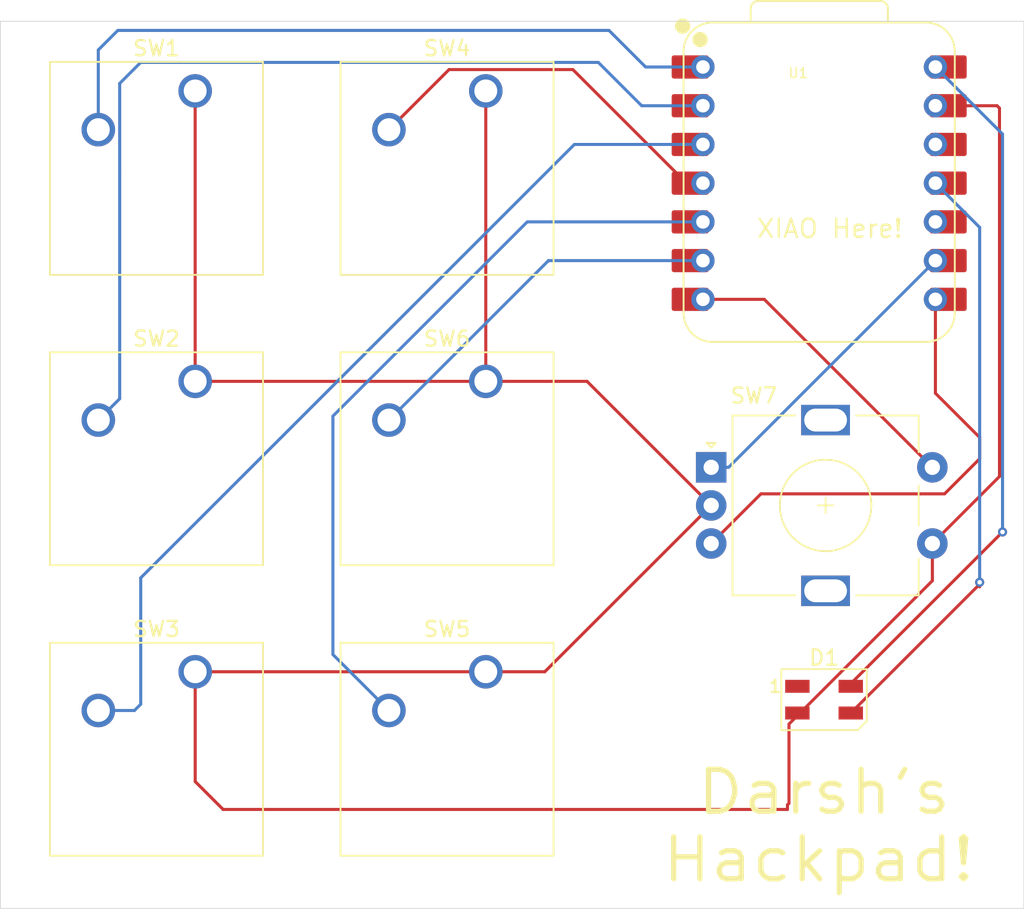
<source format=kicad_pcb>
(kicad_pcb (version 20241229) (generator "pcbnew") (generator_version "9.0")
  (layers (0 "F.Cu" signal) (2 "B.Cu" signal) (13 "F.Paste" user) (15 "B.Paste" user) (5 "F.SilkS" user "F.Silkscreen") (7 "B.SilkS" user "B.Silkscreen") (1 "F.Mask" user) (3 "B.Mask" user) (25 "Edge.Cuts" user))
  (net 0 "")
  (net 1 "+5V")
  (net 2 "GND")
  (net 4 "Net-(D1-DIN)")
  (net 5 "Net-(U1-GPIO26{slash}ADC0{slash}A0)")
  (net 6 "Net-(U1-GPIO27{slash}ADC1{slash}A1)")
  (net 7 "Net-(U1-GPIO28{slash}ADC2{slash}A2)")
  (net 8 "Net-(U1-GPIO29{slash}ADC3{slash}A3)")
  (net 9 "Net-(U1-GPIO6{slash}SDA)")
  (net 10 "Net-(U1-GPIO7{slash}SCL)")
  (net 11 "Net-(U1-GPIO0{slash}TX)")
  (net 12 "Net-(U1-GPIO1{slash}RX)")
  (net 13 "Net-(U1-GPIO2{slash}SCK)")
  (footprint "Button_Switch_Keyboard:SW_Cherry_MX_1.00u_PCB" (layer "F.Cu") (at 97.47 90.17)
    (property "Reference" "SW1" (at -2.54 -2.794 0) (layer "F.SilkS"))
    (property "Value" "SW_Push")
    (fp_line (start -9.525 -1.905) (end 4.445 -1.905) (stroke (width 0.12)) (layer "F.SilkS"))
    (fp_line (start -9.525 12.065) (end -9.525 -1.905) (stroke (width 0.12)) (layer "F.SilkS"))
    (fp_line (start 4.445 -1.905) (end 4.445 12.065) (stroke (width 0.12)) (layer "F.SilkS"))
    (fp_line (start 4.445 12.065) (end -9.525 12.065) (stroke (width 0.12)) (layer "F.SilkS"))
    (pad "" np_thru_hole circle (at -7.62 5.08) (size 1.7 1.7) (drill 1.7) (layers "*.Cu" "*.Mask"))
    (pad "" np_thru_hole circle (at -2.54 5.08) (size 4 4) (drill 4) (layers "*.Cu" "*.Mask"))
    (pad "" np_thru_hole circle (at 2.54 5.08) (size 1.7 1.7) (drill 1.7) (layers "*.Cu" "*.Mask"))
    (pad "1" thru_hole circle (at 0 0) (size 2.2 2.2) (drill 1.5) (layers "*.Cu" "*.Mask") (net 2 "GND"))
    (pad "2" thru_hole circle (at -6.35 2.54) (size 2.2 2.2) (drill 1.5) (layers "*.Cu" "*.Mask") (net 5 "Net-(U1-GPIO26{slash}ADC0{slash}A0)"))
  )
  (footprint "opl:XIAO-RP2040-DIP" (layer "F.Cu") (at 138.38 96.22)
    (property "Reference" "U1" (at -1.38 -7.22 0) (layer "F.SilkS") (effects (font (size 0.635 0.635) (thickness 0.1016))))
    (property "Value" "XIAO-RP2040-DIP")
    (fp_line (start -8.89 8.509) (end -8.89 -8.636) (stroke (width 0.127)) (layer "F.SilkS"))
    (fp_line (start -6.985 10.414) (end 6.985 10.414) (stroke (width 0.127)) (layer "F.SilkS"))
    (fp_line (start -4.495 -10.541) (end -4.491272 -11.451272) (stroke (width 0.127)) (layer "F.SilkS"))
    (fp_line (start -3.991272 -11.951) (end 4.004 -11.951) (stroke (width 0.127)) (layer "F.SilkS"))
    (fp_line (start 4.504 -11.451) (end 4.504 -10.541) (stroke (width 0.127)) (layer "F.SilkS"))
    (fp_line (start 6.985 -10.541) (end -6.985 -10.541) (stroke (width 0.1)) (layer "F.SilkS"))
    (fp_line (start 6.985 -10.541) (end -6.985 -10.541) (stroke (width 0.127)) (layer "F.SilkS"))
    (fp_line (start 8.89 8.509) (end 8.89 -8.636) (stroke (width 0.127)) (layer "F.SilkS"))
    (fp_arc (start -8.89 -8.636) (mid -8.332038 -9.983038) (end -6.985 -10.541) (stroke (width 0.127)) (layer "F.SilkS"))
    (fp_arc (start -6.985 10.414) (mid -8.332038 9.856038) (end -8.89 8.509) (stroke (width 0.127)) (layer "F.SilkS"))
    (fp_arc (start -4.491272 -11.451272) (mid -4.344728 -11.80464) (end -3.991272 -11.951) (stroke (width 0.127)) (layer "F.SilkS"))
    (fp_arc (start 4.004 -11.951) (mid 4.357553 -11.804553) (end 4.504 -11.451) (stroke (width 0.127)) (layer "F.SilkS"))
    (fp_arc (start 6.985 -10.541) (mid 8.332038 -9.983038) (end 8.89 -8.636) (stroke (width 0.127)) (layer "F.SilkS"))
    (fp_arc (start 8.89 8.509) (mid 8.332038 9.856038) (end 6.985 10.414) (stroke (width 0.127)) (layer "F.SilkS"))
    (fp_circle (center -8.95 -10.3) (end -8.95 -10.554) (stroke (width 0.5)) (fill yes) (layer "F.SilkS"))
    (fp_circle (center -7.807 -9.42) (end -7.807 -9.674) (stroke (width 0.5)) (fill yes) (layer "F.SilkS"))
    (pad "1" smd roundrect (at -8.455 -7.62 180) (size 2.432 1.524) (layers "F.Cu" "F.Mask") (roundrect_rratio 0.1) (net 5 "Net-(U1-GPIO26{slash}ADC0{slash}A0)"))
    (pad "1" thru_hole circle (at -7.62 -7.62 180) (size 1.524 1.524) (drill 0.889) (layers "*.Cu" "*.Mask") (net 5 "Net-(U1-GPIO26{slash}ADC0{slash}A0)"))
    (pad "2" smd roundrect (at -8.455 -5.08 180) (size 2.432 1.524) (layers "F.Cu" "F.Mask") (roundrect_rratio 0.1) (net 6 "Net-(U1-GPIO27{slash}ADC1{slash}A1)"))
    (pad "2" thru_hole circle (at -7.62 -5.08 180) (size 1.524 1.524) (drill 0.889) (layers "*.Cu" "*.Mask") (net 6 "Net-(U1-GPIO27{slash}ADC1{slash}A1)"))
    (pad "3" smd roundrect (at -8.455 -2.54 180) (size 2.432 1.524) (layers "F.Cu" "F.Mask") (roundrect_rratio 0.1) (net 7 "Net-(U1-GPIO28{slash}ADC2{slash}A2)"))
    (pad "3" thru_hole circle (at -7.62 -2.54 180) (size 1.524 1.524) (drill 0.889) (layers "*.Cu" "*.Mask") (net 7 "Net-(U1-GPIO28{slash}ADC2{slash}A2)"))
    (pad "4" smd roundrect (at -8.455 0 180) (size 2.432 1.524) (layers "F.Cu" "F.Mask") (roundrect_rratio 0.1) (net 8 "Net-(U1-GPIO29{slash}ADC3{slash}A3)"))
    (pad "4" thru_hole circle (at -7.62 0 180) (size 1.524 1.524) (drill 0.889) (layers "*.Cu" "*.Mask") (net 8 "Net-(U1-GPIO29{slash}ADC3{slash}A3)"))
    (pad "5" smd roundrect (at -8.455 2.54 180) (size 2.432 1.524) (layers "F.Cu" "F.Mask") (roundrect_rratio 0.1) (net 9 "Net-(U1-GPIO6{slash}SDA)"))
    (pad "5" thru_hole circle (at -7.62 2.54 180) (size 1.524 1.524) (drill 0.889) (layers "*.Cu" "*.Mask") (net 9 "Net-(U1-GPIO6{slash}SDA)"))
    (pad "6" smd roundrect (at -8.455 5.08 180) (size 2.432 1.524) (layers "F.Cu" "F.Mask") (roundrect_rratio 0.1) (net 10 "Net-(U1-GPIO7{slash}SCL)"))
    (pad "6" thru_hole circle (at -7.62 5.08 180) (size 1.524 1.524) (drill 0.889) (layers "*.Cu" "*.Mask") (net 10 "Net-(U1-GPIO7{slash}SCL)"))
    (pad "7" smd roundrect (at -8.455 7.62 180) (size 2.432 1.524) (layers "F.Cu" "F.Mask") (roundrect_rratio 0.1) (net 11 "Net-(U1-GPIO0{slash}TX)"))
    (pad "7" thru_hole circle (at -7.62 7.62 180) (size 1.524 1.524) (drill 0.889) (layers "*.Cu" "*.Mask") (net 11 "Net-(U1-GPIO0{slash}TX)"))
    (pad "8" thru_hole circle (at 7.62 7.62) (size 1.524 1.524) (drill 0.889) (layers "*.Cu" "*.Mask") (net 12 "Net-(U1-GPIO1{slash}RX)"))
    (pad "8" smd roundrect (at 8.455 7.62) (size 2.432 1.524) (layers "F.Cu" "F.Mask") (roundrect_rratio 0.1) (net 12 "Net-(U1-GPIO1{slash}RX)"))
    (pad "9" thru_hole circle (at 7.62 5.08) (size 1.524 1.524) (drill 0.889) (layers "*.Cu" "*.Mask") (net 13 "Net-(U1-GPIO2{slash}SCK)"))
    (pad "9" smd roundrect (at 8.455 5.08) (size 2.432 1.524) (layers "F.Cu" "F.Mask") (roundrect_rratio 0.1) (net 13 "Net-(U1-GPIO2{slash}SCK)"))
    (pad "10" thru_hole circle (at 7.62 2.54) (size 1.524 1.524) (drill 0.889) (layers "*.Cu" "*.Mask"))
    (pad "10" smd roundrect (at 8.455 2.54) (size 2.432 1.524) (layers "F.Cu" "F.Mask") (roundrect_rratio 0.1))
    (pad "11" thru_hole circle (at 7.62 0) (size 1.524 1.524) (drill 0.889) (layers "*.Cu" "*.Mask") (net 4 "Net-(D1-DIN)"))
    (pad "11" smd roundrect (at 8.455 0) (size 2.432 1.524) (layers "F.Cu" "F.Mask") (roundrect_rratio 0.1) (net 4 "Net-(D1-DIN)"))
    (pad "12" thru_hole circle (at 7.62 -2.54) (size 1.524 1.524) (drill 0.889) (layers "*.Cu" "*.Mask"))
    (pad "12" smd roundrect (at 8.455 -2.54) (size 2.432 1.524) (layers "F.Cu" "F.Mask") (roundrect_rratio 0.1))
    (pad "13" thru_hole circle (at 7.62 -5.08) (size 1.524 1.524) (drill 0.889) (layers "*.Cu" "*.Mask") (net 2 "GND"))
    (pad "13" smd roundrect (at 8.455 -5.08) (size 2.432 1.524) (layers "F.Cu" "F.Mask") (roundrect_rratio 0.1) (net 2 "GND"))
    (pad "14" thru_hole circle (at 7.62 -7.62) (size 1.524 1.524) (drill 0.889) (layers "*.Cu" "*.Mask") (net 1 "+5V"))
    (pad "14" smd roundrect (at 8.455 -7.62) (size 2.432 1.524) (layers "F.Cu" "F.Mask") (roundrect_rratio 0.1) (net 1 "+5V"))
  )
  (footprint "Button_Switch_Keyboard:SW_Cherry_MX_1.00u_PCB" (layer "F.Cu") (at 97.4725 128.27)
    (property "Reference" "SW3" (at -2.54 -2.794 0) (layer "F.SilkS"))
    (property "Value" "SW_Push")
    (fp_line (start -9.525 -1.905) (end 4.445 -1.905) (stroke (width 0.12)) (layer "F.SilkS"))
    (fp_line (start -9.525 12.065) (end -9.525 -1.905) (stroke (width 0.12)) (layer "F.SilkS"))
    (fp_line (start 4.445 -1.905) (end 4.445 12.065) (stroke (width 0.12)) (layer "F.SilkS"))
    (fp_line (start 4.445 12.065) (end -9.525 12.065) (stroke (width 0.12)) (layer "F.SilkS"))
    (pad "" np_thru_hole circle (at -7.62 5.08) (size 1.7 1.7) (drill 1.7) (layers "*.Cu" "*.Mask"))
    (pad "" np_thru_hole circle (at -2.54 5.08) (size 4 4) (drill 4) (layers "*.Cu" "*.Mask"))
    (pad "" np_thru_hole circle (at 2.54 5.08) (size 1.7 1.7) (drill 1.7) (layers "*.Cu" "*.Mask"))
    (pad "1" thru_hole circle (at 0 0) (size 2.2 2.2) (drill 1.5) (layers "*.Cu" "*.Mask") (net 2 "GND"))
    (pad "2" thru_hole circle (at -6.35 2.54) (size 2.2 2.2) (drill 1.5) (layers "*.Cu" "*.Mask") (net 7 "Net-(U1-GPIO28{slash}ADC2{slash}A2)"))
  )
  (footprint "Rotary_Encoder:RotaryEncoder_Alps_EC11E-Switch_Vertical_H20mm" (layer "F.Cu") (at 131.3 114.86)
    (property "Reference" "SW7" (at 2.8 -4.7 0) (layer "F.SilkS"))
    (property "Value" "RotaryEncoder_Switch")
    (fp_line (start -0.3 -1.6) (end 0.3 -1.6) (stroke (width 0.12)) (layer "F.SilkS"))
    (fp_line (start 0 -1.3) (end -0.3 -1.6) (stroke (width 0.12)) (layer "F.SilkS"))
    (fp_line (start 0.3 -1.6) (end 0 -1.3) (stroke (width 0.12)) (layer "F.SilkS"))
    (fp_line (start 1.4 -3.4) (end 1.4 8.4) (stroke (width 0.12)) (layer "F.SilkS"))
    (fp_line (start 5.5 -3.4) (end 1.4 -3.4) (stroke (width 0.12)) (layer "F.SilkS"))
    (fp_line (start 5.5 8.4) (end 1.4 8.4) (stroke (width 0.12)) (layer "F.SilkS"))
    (fp_line (start 7 2.5) (end 8 2.5) (stroke (width 0.12)) (layer "F.SilkS"))
    (fp_line (start 7.5 2) (end 7.5 3) (stroke (width 0.12)) (layer "F.SilkS"))
    (fp_line (start 9.5 -3.4) (end 13.6 -3.4) (stroke (width 0.12)) (layer "F.SilkS"))
    (fp_line (start 13.6 -3.4) (end 13.6 -1) (stroke (width 0.12)) (layer "F.SilkS"))
    (fp_line (start 13.6 1.2) (end 13.6 3.8) (stroke (width 0.12)) (layer "F.SilkS"))
    (fp_line (start 13.6 6) (end 13.6 8.4) (stroke (width 0.12)) (layer "F.SilkS"))
    (fp_line (start 13.6 8.4) (end 9.5 8.4) (stroke (width 0.12)) (layer "F.SilkS"))
    (fp_circle (center 7.5 2.5) (end 10.5 2.5) (stroke (width 0.12)) (fill no) (layer "F.SilkS"))
    (pad "A" thru_hole rect (at 0 0) (size 2 2) (drill 1) (layers "*.Cu" "*.Mask") (net 13 "Net-(U1-GPIO2{slash}SCK)"))
    (pad "B" thru_hole circle (at 0 5) (size 2 2) (drill 1) (layers "*.Cu" "*.Mask") (net 12 "Net-(U1-GPIO1{slash}RX)"))
    (pad "C" thru_hole circle (at 0 2.5) (size 2 2) (drill 1) (layers "*.Cu" "*.Mask") (net 2 "GND"))
    (pad "MP" thru_hole rect (at 7.5 -3.1) (size 3.2 2) (drill oval 2.8 1.5) (layers "*.Cu" "*.Mask"))
    (pad "MP" thru_hole rect (at 7.5 8.1) (size 3.2 2) (drill oval 2.8 1.5) (layers "*.Cu" "*.Mask"))
    (pad "S1" thru_hole circle (at 14.5 5) (size 2 2) (drill 1) (layers "*.Cu" "*.Mask") (net 2 "GND"))
    (pad "S2" thru_hole circle (at 14.5 0) (size 2 2) (drill 1) (layers "*.Cu" "*.Mask") (net 11 "Net-(U1-GPIO0{slash}TX)"))
  )
  (footprint "Button_Switch_Keyboard:SW_Cherry_MX_1.00u_PCB" (layer "F.Cu") (at 116.5225 109.22)
    (property "Reference" "SW6" (at -2.54 -2.794 0) (layer "F.SilkS"))
    (property "Value" "SW_Push")
    (fp_line (start -9.525 -1.905) (end 4.445 -1.905) (stroke (width 0.12)) (layer "F.SilkS"))
    (fp_line (start -9.525 12.065) (end -9.525 -1.905) (stroke (width 0.12)) (layer "F.SilkS"))
    (fp_line (start 4.445 -1.905) (end 4.445 12.065) (stroke (width 0.12)) (layer "F.SilkS"))
    (fp_line (start 4.445 12.065) (end -9.525 12.065) (stroke (width 0.12)) (layer "F.SilkS"))
    (pad "" np_thru_hole circle (at -7.62 5.08) (size 1.7 1.7) (drill 1.7) (layers "*.Cu" "*.Mask"))
    (pad "" np_thru_hole circle (at -2.54 5.08) (size 4 4) (drill 4) (layers "*.Cu" "*.Mask"))
    (pad "" np_thru_hole circle (at 2.54 5.08) (size 1.7 1.7) (drill 1.7) (layers "*.Cu" "*.Mask"))
    (pad "1" thru_hole circle (at 0 0) (size 2.2 2.2) (drill 1.5) (layers "*.Cu" "*.Mask") (net 2 "GND"))
    (pad "2" thru_hole circle (at -6.35 2.54) (size 2.2 2.2) (drill 1.5) (layers "*.Cu" "*.Mask") (net 10 "Net-(U1-GPIO7{slash}SCL)"))
  )
  (footprint "Button_Switch_Keyboard:SW_Cherry_MX_1.00u_PCB" (layer "F.Cu") (at 116.5225 90.17)
    (property "Reference" "SW4" (at -2.54 -2.794 0) (layer "F.SilkS"))
    (property "Value" "SW_Push")
    (fp_line (start -9.525 -1.905) (end 4.445 -1.905) (stroke (width 0.12)) (layer "F.SilkS"))
    (fp_line (start -9.525 12.065) (end -9.525 -1.905) (stroke (width 0.12)) (layer "F.SilkS"))
    (fp_line (start 4.445 -1.905) (end 4.445 12.065) (stroke (width 0.12)) (layer "F.SilkS"))
    (fp_line (start 4.445 12.065) (end -9.525 12.065) (stroke (width 0.12)) (layer "F.SilkS"))
    (pad "" np_thru_hole circle (at -7.62 5.08) (size 1.7 1.7) (drill 1.7) (layers "*.Cu" "*.Mask"))
    (pad "" np_thru_hole circle (at -2.54 5.08) (size 4 4) (drill 4) (layers "*.Cu" "*.Mask"))
    (pad "" np_thru_hole circle (at 2.54 5.08) (size 1.7 1.7) (drill 1.7) (layers "*.Cu" "*.Mask"))
    (pad "1" thru_hole circle (at 0 0) (size 2.2 2.2) (drill 1.5) (layers "*.Cu" "*.Mask") (net 2 "GND"))
    (pad "2" thru_hole circle (at -6.35 2.54) (size 2.2 2.2) (drill 1.5) (layers "*.Cu" "*.Mask") (net 8 "Net-(U1-GPIO29{slash}ADC3{slash}A3)"))
  )
  (footprint "LED_SMD:LED_SK6812MINI_PLCC4_3.5x3.5mm_P1.75mm" (layer "F.Cu") (at 138.7 130.1)
    (property "Reference" "D1" (at 0 -2.75 0) (layer "F.SilkS"))
    (property "Value" "SK6812MINI")
    (fp_line (start -2.8 -2) (end -2.8 2) (stroke (width 0.12)) (layer "F.SilkS"))
    (fp_line (start -2.8 -2) (end 2.8 -2) (stroke (width 0.12)) (layer "F.SilkS"))
    (fp_line (start -2.8 2) (end 2.2 2) (stroke (width 0.12)) (layer "F.SilkS"))
    (fp_line (start 2.8 1.4) (end 2.2 2) (stroke (width 0.12)) (layer "F.SilkS"))
    (fp_line (start 2.8 1.4) (end 2.8 -2) (stroke (width 0.12)) (layer "F.SilkS"))
    (fp_text user "1" (at -3.2 -0.875 0) (layer "F.SilkS") (effects (font (size 0.8 0.8))))
    (pad "1" smd rect (at -1.75 -0.875) (size 1.6 0.85) (layers "F.Cu" "F.Mask" "F.Paste"))
    (pad "2" smd rect (at -1.75 0.875) (size 1.6 0.85) (layers "F.Cu" "F.Mask" "F.Paste") (net 2 "GND"))
    (pad "3" smd rect (at 1.75 0.875) (size 1.6 0.85) (layers "F.Cu" "F.Mask" "F.Paste") (net 4 "Net-(D1-DIN)"))
    (pad "4" smd rect (at 1.75 -0.875) (size 1.6 0.85) (layers "F.Cu" "F.Mask" "F.Paste") (net 1 "+5V"))
  )
  (footprint "Button_Switch_Keyboard:SW_Cherry_MX_1.00u_PCB" (layer "F.Cu") (at 97.4725 109.22)
    (property "Reference" "SW2" (at -2.54 -2.794 0) (layer "F.SilkS"))
    (property "Value" "SW_Push")
    (fp_line (start -9.525 -1.905) (end 4.445 -1.905) (stroke (width 0.12)) (layer "F.SilkS"))
    (fp_line (start -9.525 12.065) (end -9.525 -1.905) (stroke (width 0.12)) (layer "F.SilkS"))
    (fp_line (start 4.445 -1.905) (end 4.445 12.065) (stroke (width 0.12)) (layer "F.SilkS"))
    (fp_line (start 4.445 12.065) (end -9.525 12.065) (stroke (width 0.12)) (layer "F.SilkS"))
    (pad "" np_thru_hole circle (at -7.62 5.08) (size 1.7 1.7) (drill 1.7) (layers "*.Cu" "*.Mask"))
    (pad "" np_thru_hole circle (at -2.54 5.08) (size 4 4) (drill 4) (layers "*.Cu" "*.Mask"))
    (pad "" np_thru_hole circle (at 2.54 5.08) (size 1.7 1.7) (drill 1.7) (layers "*.Cu" "*.Mask"))
    (pad "1" thru_hole circle (at 0 0) (size 2.2 2.2) (drill 1.5) (layers "*.Cu" "*.Mask") (net 2 "GND"))
    (pad "2" thru_hole circle (at -6.35 2.54) (size 2.2 2.2) (drill 1.5) (layers "*.Cu" "*.Mask") (net 6 "Net-(U1-GPIO27{slash}ADC1{slash}A1)"))
  )
  (footprint "Button_Switch_Keyboard:SW_Cherry_MX_1.00u_PCB" (layer "F.Cu") (at 116.5225 128.27)
    (property "Reference" "SW5" (at -2.54 -2.794 0) (layer "F.SilkS"))
    (property "Value" "SW_Push")
    (fp_line (start -9.525 -1.905) (end 4.445 -1.905) (stroke (width 0.12)) (layer "F.SilkS"))
    (fp_line (start -9.525 12.065) (end -9.525 -1.905) (stroke (width 0.12)) (layer "F.SilkS"))
    (fp_line (start 4.445 -1.905) (end 4.445 12.065) (stroke (width 0.12)) (layer "F.SilkS"))
    (fp_line (start 4.445 12.065) (end -9.525 12.065) (stroke (width 0.12)) (layer "F.SilkS"))
    (pad "" np_thru_hole circle (at -7.62 5.08) (size 1.7 1.7) (drill 1.7) (layers "*.Cu" "*.Mask"))
    (pad "" np_thru_hole circle (at -2.54 5.08) (size 4 4) (drill 4) (layers "*.Cu" "*.Mask"))
    (pad "" np_thru_hole circle (at 2.54 5.08) (size 1.7 1.7) (drill 1.7) (layers "*.Cu" "*.Mask"))
    (pad "1" thru_hole circle (at 0 0) (size 2.2 2.2) (drill 1.5) (layers "*.Cu" "*.Mask") (net 2 "GND"))
    (pad "2" thru_hole circle (at -6.35 2.54) (size 2.2 2.2) (drill 1.5) (layers "*.Cu" "*.Mask") (net 9 "Net-(U1-GPIO6{slash}SDA)"))
  )
  (gr_rect (start 84.7 85.6) (end 151.8 143.8) (stroke (width 0.05)) (fill no) (layer "Edge.Cuts"))
  (gr_text "XIAO Here!" (at 134.2 99.9 0) (layer "F.SilkS") (effects (font (size 1.2 1.2)) (justify left bottom)))
  (gr_text " Darsh's\nHackpad!\n" (at 127.9 142.2 0) (layer "F.SilkS") (effects (font (size 2.75 3) (thickness 0.34375)) (justify left bottom)))
  (segment (start 140.4 129.1) (end 150.4 119.1) (width 0.2) (layer "F.Cu") (net 1))
  (segment (start 140.45 129.225) (end 140.45 129.15) (width 0.2) (layer "F.Cu") (net 1))
  (segment (start 140.45 129.15) (end 140.4 129.1) (width 0.2) (layer "F.Cu") (net 1))
  (via (at 150.4 119.1) (size 0.6) (drill 0.3) (layers "F.Cu" "B.Cu") (net 1))
  (segment (start 150.4 93) (end 146 88.6) (width 0.2) (layer "B.Cu") (net 1))
  (segment (start 150.4 119.1) (end 150.4 93) (width 0.2) (layer "B.Cu") (net 1))
  (segment (start 97.47 90.17) (end 97.47 90.43) (width 0.2) (layer "F.Cu") (net 2))
  (segment (start 123.16 109.22) (end 116.5225 109.22) (width 0.2) (layer "F.Cu") (net 2))
  (segment (start 120.39 128.27) (end 131.3 117.36) (width 0.2) (layer "F.Cu") (net 2))
  (segment (start 150.2 91.3) (end 150.2 115.46) (width 0.2) (layer "F.Cu") (net 2))
  (segment (start 145.8 119.86) (end 145.8 122.3) (width 0.2) (layer "F.Cu") (net 2))
  (segment (start 116.5225 128.27) (end 120.39 128.27) (width 0.2) (layer "F.Cu") (net 2))
  (segment (start 97.47 90.43) (end 97.1 90.8) (width 0.2) (layer "F.Cu") (net 2))
  (segment (start 146 91.14) (end 150.04 91.14) (width 0.2) (layer "F.Cu") (net 2))
  (segment (start 150.2 115.46) (end 145.8 119.86) (width 0.2) (layer "F.Cu") (net 2))
  (segment (start 136.4 136.9) (end 136.4 131.7) (width 0.2) (layer "F.Cu") (net 2))
  (segment (start 136.3 137) (end 136.4 136.9) (width 0.2) (layer "F.Cu") (net 2))
  (segment (start 97.4725 128.27) (end 116.5225 128.27) (width 0.2) (layer "F.Cu") (net 2))
  (segment (start 150.04 91.14) (end 150.2 91.3) (width 0.2) (layer "F.Cu") (net 2))
  (segment (start 99.3 137.3) (end 136.3 137.3) (width 0.2) (layer "F.Cu") (net 2))
  (segment (start 97.4725 135.4725) (end 99.3 137.3) (width 0.2) (layer "F.Cu") (net 2))
  (segment (start 145.8 122.3) (end 136.4 131.7) (width 0.2) (layer "F.Cu") (net 2))
  (segment (start 131.3 117.36) (end 123.16 109.22) (width 0.2) (layer "F.Cu") (net 2))
  (segment (start 136.3 137.3) (end 136.3 137) (width 0.2) (layer "F.Cu") (net 2))
  (segment (start 97.47 90.17) (end 97.47 109.2175) (width 0.2) (layer "F.Cu") (net 2))
  (segment (start 97.4725 109.22) (end 116.5225 109.22) (width 0.2) (layer "F.Cu") (net 2))
  (segment (start 116.5225 90.17) (end 116.5225 109.22) (width 0.2) (layer "F.Cu") (net 2))
  (segment (start 97.47 109.2175) (end 97.4725 109.22) (width 0.2) (layer "F.Cu") (net 2))
  (segment (start 97.4725 128.27) (end 97.4725 135.4725) (width 0.2) (layer "F.Cu") (net 2))
  (segment (start 148.9 122.7) (end 148.9 122.4) (width 0.2) (layer "F.Cu") (net 4))
  (segment (start 140.45 130.975) (end 148.9 122.525) (width 0.2) (layer "F.Cu") (net 4))
  (segment (start 148.9 122.525) (end 148.9 122.4) (width 0.2) (layer "F.Cu") (net 4))
  (via (at 148.9 122.4) (size 0.6) (drill 0.3) (layers "F.Cu" "B.Cu") (net 4))
  (segment (start 148.9 99.12) (end 146 96.22) (width 0.2) (layer "B.Cu") (net 4))
  (segment (start 148.9 122.4) (end 148.9 99.12) (width 0.2) (layer "B.Cu") (net 4))
  (segment (start 92.4 86.201) (end 124.6 86.201) (width 0.2) (layer "B.Cu") (net 5))
  (segment (start 91.12 92.71) (end 91.12 87.481) (width 0.2) (layer "B.Cu") (net 5))
  (segment (start 124.6 86.201) (end 126.999 88.6) (width 0.2) (layer "B.Cu") (net 5))
  (segment (start 91.12 87.481) (end 92.4 86.201) (width 0.2) (layer "B.Cu") (net 5))
  (segment (start 126.999 88.6) (end 130.76 88.6) (width 0.2) (layer "B.Cu") (net 5))
  (segment (start 93.9 88.3) (end 123.9 88.3) (width 0.2) (layer "B.Cu") (net 6))
  (segment (start 91.1225 111.76) (end 92.521 110.3615) (width 0.2) (layer "B.Cu") (net 6))
  (segment (start 126.74 91.14) (end 130.76 91.14) (width 0.2) (layer "B.Cu") (net 6))
  (segment (start 123.9 88.3) (end 126.74 91.14) (width 0.2) (layer "B.Cu") (net 6))
  (segment (start 92.521 110.3615) (end 92.521 89.679) (width 0.2) (layer "B.Cu") (net 6))
  (segment (start 92.521 89.679) (end 93.9 88.3) (width 0.2) (layer "B.Cu") (net 6))
  (segment (start 93.9 130.4) (end 93.9 122.11097) (width 0.2) (layer "B.Cu") (net 7))
  (segment (start 91.1225 130.81) (end 93.49 130.81) (width 0.2) (layer "B.Cu") (net 7))
  (segment (start 93.9 122.11097) (end 122.33097 93.68) (width 0.2) (layer "B.Cu") (net 7))
  (segment (start 93.49 130.81) (end 93.9 130.4) (width 0.2) (layer "B.Cu") (net 7))
  (segment (start 122.33097 93.68) (end 130.76 93.68) (width 0.2) (layer "B.Cu") (net 7))
  (segment (start 129.68237 96.22) (end 130.76 96.22) (width 0.2) (layer "F.Cu") (net 8))
  (segment (start 114.1135 88.769) (end 122.23137 88.769) (width 0.2) (layer "F.Cu") (net 8))
  (segment (start 110.1725 92.71) (end 114.1135 88.769) (width 0.2) (layer "F.Cu") (net 8))
  (segment (start 122.23137 88.769) (end 129.68237 96.22) (width 0.2) (layer "F.Cu") (net 8))
  (segment (start 106.5 127.1375) (end 106.5 111.5) (width 0.2) (layer "B.Cu") (net 9))
  (segment (start 106.5 111.5) (end 119.24 98.76) (width 0.2) (layer "B.Cu") (net 9))
  (segment (start 110.1725 130.81) (end 106.5 127.1375) (width 0.2) (layer "B.Cu") (net 9))
  (segment (start 119.24 98.76) (end 130.76 98.76) (width 0.2) (layer "B.Cu") (net 9))
  (segment (start 120.6325 101.3) (end 130.76 101.3) (width 0.2) (layer "B.Cu") (net 10))
  (segment (start 110.1725 111.76) (end 120.6325 101.3) (width 0.2) (layer "B.Cu") (net 10))
  (segment (start 145.8 114.86) (end 134.78 103.84) (width 0.2) (layer "F.Cu") (net 11))
  (segment (start 134.78 103.84) (end 130.76 103.84) (width 0.2) (layer "F.Cu") (net 11))
  (segment (start 146.6 116.6) (end 148.9 114.3) (width 0.2) (layer "F.Cu") (net 12))
  (segment (start 146 110) (end 146 103.84) (width 0.2) (layer "F.Cu") (net 12))
  (segment (start 148.9 112.9) (end 146 110) (width 0.2) (layer "F.Cu") (net 12))
  (segment (start 148.9 114.3) (end 148.9 112.9) (width 0.2) (layer "F.Cu") (net 12))
  (segment (start 134.56 116.6) (end 146.6 116.6) (width 0.2) (layer "F.Cu") (net 12))
  (segment (start 131.3 119.86) (end 134.56 116.6) (width 0.2) (layer "F.Cu") (net 12))
  (segment (start 132.44 114.86) (end 146 101.3) (width 0.2) (layer "B.Cu") (net 13))
  (segment (start 131.3 114.86) (end 132.44 114.86) (width 0.2) (layer "B.Cu") (net 13))
)
</source>
